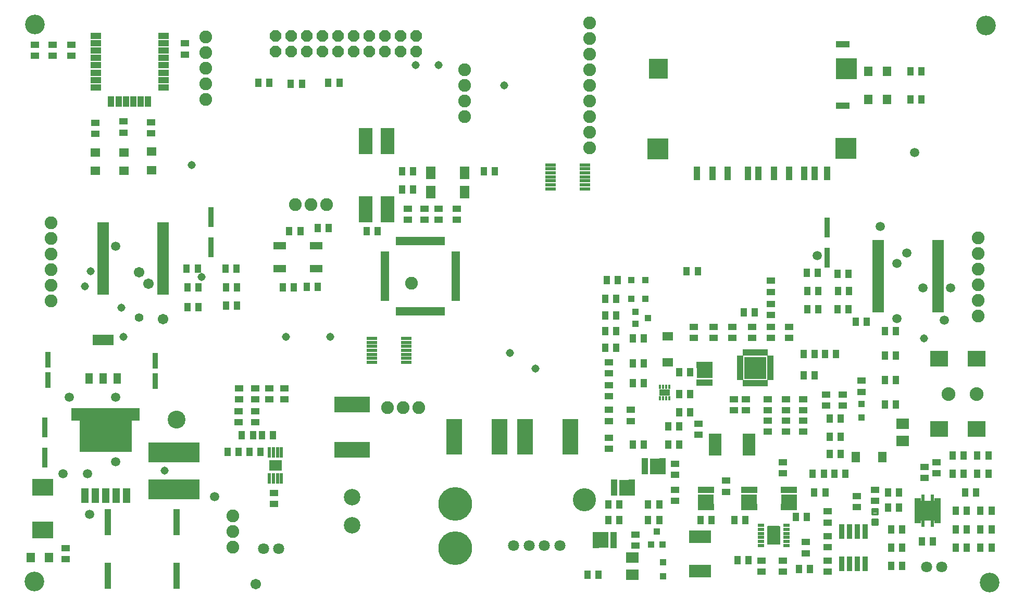
<source format=gts>
G75*
%MOIN*%
%OFA0B0*%
%FSLAX25Y25*%
%IPPOS*%
%LPD*%
%AMOC8*
5,1,8,0,0,1.08239X$1,22.5*
%
%ADD10C,0.12611*%
%ADD11R,0.13386X0.13780*%
%ADD12R,0.13780X0.13386*%
%ADD13R,0.13386X0.13386*%
%ADD14R,0.12205X0.12598*%
%ADD15R,0.07375X0.02572*%
%ADD16C,0.08200*%
%ADD17R,0.03950X0.05524*%
%ADD18R,0.01981X0.05524*%
%ADD19R,0.05524X0.01981*%
%ADD20R,0.03359X0.13005*%
%ADD21R,0.06706X0.03950*%
%ADD22R,0.03950X0.06706*%
%ADD23R,0.07099X0.02178*%
%ADD24R,0.05524X0.03950*%
%ADD25R,0.05918X0.08280*%
%ADD26R,0.08871X0.16942*%
%ADD27R,0.07887X0.05131*%
%ADD28R,0.04737X0.06706*%
%ADD29R,0.13792X0.06706*%
%ADD30R,0.05013X0.09304*%
%ADD31R,0.33595X0.28320*%
%ADD32R,0.05900X0.08400*%
%ADD33R,0.13792X0.10643*%
%ADD34R,0.33083X0.12611*%
%ADD35R,0.04343X0.16548*%
%ADD36OC8,0.07216*%
%ADD37R,0.06312X0.05524*%
%ADD38R,0.03359X0.09855*%
%ADD39R,0.01902X0.04048*%
%ADD40R,0.04048X0.01902*%
%ADD41R,0.08674X0.12611*%
%ADD42R,0.05169X0.05169*%
%ADD43C,0.01421*%
%ADD44R,0.02375X0.07099*%
%ADD45R,0.08241X0.06981*%
%ADD46R,0.14383X0.14383*%
%ADD47R,0.01902X0.04146*%
%ADD48R,0.04146X0.01902*%
%ADD49R,0.07099X0.04343*%
%ADD50R,0.01784X0.02769*%
%ADD51R,0.03950X0.03950*%
%ADD52R,0.02769X0.04068*%
%ADD53R,0.10446X0.08280*%
%ADD54R,0.08083X0.14186*%
%ADD55R,0.06587X0.05800*%
%ADD56R,0.05800X0.06587*%
%ADD57R,0.07887X0.07099*%
%ADD58R,0.04068X0.02769*%
%ADD59R,0.08280X0.10446*%
%ADD60C,0.07099*%
%ADD61R,0.04343X0.03950*%
%ADD62R,0.07300X0.12001*%
%ADD63R,0.04300X0.02454*%
%ADD64R,0.09855X0.22847*%
%ADD65R,0.14186X0.08083*%
%ADD66R,0.03950X0.04343*%
%ADD67R,0.03200X0.09500*%
%ADD68R,0.11824X0.10249*%
%ADD69C,0.08800*%
%ADD70R,0.03950X0.08674*%
%ADD71R,0.08674X0.03950*%
%ADD72C,0.10574*%
%ADD73R,0.05524X0.06312*%
%ADD74C,0.21532*%
%ADD75R,0.22847X0.09855*%
%ADD76C,0.06737*%
%ADD77C,0.05950*%
%ADD78C,0.05162*%
%ADD79C,0.14800*%
%ADD80C,0.05556*%
%ADD81C,0.11430*%
D10*
X0093963Y0093976D03*
X0094357Y0450669D03*
X0703018Y0449882D03*
X0705381Y0093189D03*
D11*
X0493176Y0370945D03*
D12*
X0613451Y0371142D03*
D13*
X0613648Y0422323D03*
D14*
X0493373Y0422323D03*
D15*
X0634121Y0311142D03*
X0634121Y0308583D03*
X0634121Y0306024D03*
X0634121Y0303465D03*
X0634121Y0300906D03*
X0634121Y0298346D03*
X0634121Y0295787D03*
X0634121Y0293228D03*
X0634121Y0290669D03*
X0634121Y0288110D03*
X0634121Y0285551D03*
X0634121Y0282992D03*
X0634121Y0280433D03*
X0634121Y0277874D03*
X0634121Y0275315D03*
X0634121Y0272756D03*
X0634121Y0270197D03*
X0634121Y0267638D03*
X0672428Y0267638D03*
X0672428Y0270197D03*
X0672428Y0272756D03*
X0672428Y0275315D03*
X0672428Y0277874D03*
X0672428Y0280433D03*
X0672428Y0282992D03*
X0672428Y0285551D03*
X0672428Y0288110D03*
X0672428Y0290669D03*
X0672428Y0293228D03*
X0672428Y0295787D03*
X0672428Y0298346D03*
X0672428Y0300906D03*
X0672428Y0303465D03*
X0672428Y0306024D03*
X0672428Y0308583D03*
X0672428Y0311142D03*
X0176365Y0312283D03*
X0176365Y0309724D03*
X0176365Y0307165D03*
X0176365Y0304606D03*
X0176365Y0302047D03*
X0176365Y0299488D03*
X0176365Y0296929D03*
X0176365Y0294370D03*
X0176365Y0291811D03*
X0176365Y0289252D03*
X0176365Y0286693D03*
X0176365Y0284134D03*
X0176365Y0281575D03*
X0176365Y0279016D03*
X0138058Y0279016D03*
X0138058Y0281575D03*
X0138058Y0284134D03*
X0138058Y0286693D03*
X0138058Y0289252D03*
X0138058Y0291811D03*
X0138058Y0294370D03*
X0138058Y0296929D03*
X0138058Y0299488D03*
X0138058Y0302047D03*
X0138058Y0304606D03*
X0138058Y0307165D03*
X0138058Y0309724D03*
X0138058Y0312283D03*
X0138058Y0314843D03*
X0138058Y0317402D03*
X0138058Y0319961D03*
X0138058Y0322520D03*
X0176365Y0322520D03*
X0176365Y0319961D03*
X0176365Y0317402D03*
X0176365Y0314843D03*
D16*
X0104593Y0313701D03*
X0104593Y0323701D03*
X0104593Y0303701D03*
X0104593Y0293701D03*
X0104593Y0283701D03*
X0104593Y0273701D03*
X0261168Y0335315D03*
X0271168Y0335315D03*
X0281168Y0335315D03*
X0335302Y0285118D03*
X0340144Y0205197D03*
X0330144Y0205197D03*
X0320144Y0205197D03*
X0221129Y0136102D03*
X0221129Y0126102D03*
X0221129Y0116102D03*
X0449475Y0371693D03*
X0449475Y0381693D03*
X0449475Y0391693D03*
X0449475Y0401693D03*
X0449475Y0411693D03*
X0449475Y0421693D03*
X0449475Y0431693D03*
X0449475Y0441693D03*
X0449475Y0451693D03*
X0369554Y0421693D03*
X0369554Y0411693D03*
X0369554Y0401693D03*
X0369554Y0391693D03*
X0203806Y0402638D03*
X0203806Y0412638D03*
X0203806Y0422638D03*
X0203806Y0432638D03*
X0203806Y0442638D03*
X0698097Y0313858D03*
X0698097Y0303858D03*
X0698097Y0293858D03*
X0698097Y0283858D03*
X0698097Y0273858D03*
X0698097Y0263858D03*
D17*
X0645538Y0254409D03*
X0638451Y0254409D03*
X0626837Y0260315D03*
X0619751Y0260315D03*
X0615105Y0268228D03*
X0608018Y0268228D03*
X0608255Y0280039D03*
X0615341Y0280039D03*
X0615105Y0290984D03*
X0608018Y0290984D03*
X0595499Y0291772D03*
X0588412Y0291772D03*
X0588648Y0279961D03*
X0595735Y0279961D03*
X0595696Y0268228D03*
X0588609Y0268228D03*
X0554987Y0266220D03*
X0547900Y0266220D03*
X0586286Y0239646D03*
X0593373Y0239646D03*
X0600066Y0239646D03*
X0607152Y0239646D03*
X0593373Y0225866D03*
X0586286Y0225866D03*
X0603018Y0198307D03*
X0610105Y0198307D03*
X0610105Y0186496D03*
X0603018Y0186496D03*
X0603018Y0175669D03*
X0610105Y0175669D03*
X0613058Y0162874D03*
X0605971Y0162874D03*
X0599278Y0162874D03*
X0592192Y0162874D03*
X0593176Y0151063D03*
X0600262Y0151063D03*
X0588451Y0135315D03*
X0581365Y0135315D03*
X0549081Y0133346D03*
X0541995Y0133346D03*
X0527428Y0133346D03*
X0520341Y0133346D03*
X0493963Y0133346D03*
X0486877Y0133346D03*
X0486877Y0143189D03*
X0493963Y0143189D03*
X0468373Y0143189D03*
X0461286Y0143189D03*
X0461286Y0133346D03*
X0468373Y0133346D03*
X0454987Y0098307D03*
X0447900Y0098307D03*
X0543963Y0107756D03*
X0551050Y0107756D03*
X0583333Y0101850D03*
X0590420Y0101850D03*
X0642388Y0103819D03*
X0649475Y0103819D03*
X0649475Y0115630D03*
X0642388Y0115630D03*
X0642388Y0127441D03*
X0649475Y0127441D03*
X0662073Y0119567D03*
X0669160Y0119567D03*
X0683727Y0115630D03*
X0690814Y0115630D03*
X0699475Y0115630D03*
X0706562Y0115630D03*
X0706562Y0127441D03*
X0699475Y0127441D03*
X0690814Y0127441D03*
X0683727Y0127441D03*
X0683727Y0139252D03*
X0690814Y0139252D03*
X0699475Y0139252D03*
X0706562Y0139252D03*
X0696719Y0151063D03*
X0689633Y0151063D03*
X0688845Y0162874D03*
X0681759Y0162874D03*
X0681759Y0174685D03*
X0688845Y0174685D03*
X0697507Y0174685D03*
X0704593Y0174685D03*
X0704593Y0162874D03*
X0697507Y0162874D03*
X0647507Y0151063D03*
X0640420Y0151063D03*
X0640420Y0141220D03*
X0647507Y0141220D03*
X0645538Y0207165D03*
X0638451Y0207165D03*
X0638451Y0222913D03*
X0645538Y0222913D03*
X0645538Y0238661D03*
X0638451Y0238661D03*
X0518570Y0292795D03*
X0511483Y0292795D03*
X0467388Y0286890D03*
X0460302Y0286890D03*
X0459318Y0275079D03*
X0466404Y0275079D03*
X0466404Y0264252D03*
X0459318Y0264252D03*
X0459318Y0254409D03*
X0466404Y0254409D03*
X0477034Y0249488D03*
X0484121Y0249488D03*
X0466404Y0243583D03*
X0459318Y0243583D03*
X0477034Y0233740D03*
X0484121Y0233740D03*
X0484121Y0220945D03*
X0477034Y0220945D03*
X0506562Y0227835D03*
X0513648Y0227835D03*
X0513648Y0214055D03*
X0506562Y0214055D03*
X0506562Y0202244D03*
X0513648Y0202244D03*
X0506759Y0193386D03*
X0499672Y0193386D03*
X0499672Y0181575D03*
X0506759Y0181575D03*
X0484121Y0181575D03*
X0477034Y0181575D03*
X0275459Y0282559D03*
X0268373Y0282559D03*
X0260105Y0282165D03*
X0253018Y0282165D03*
X0223766Y0282362D03*
X0216680Y0282362D03*
X0216444Y0294213D03*
X0223530Y0294213D03*
X0198570Y0294213D03*
X0191483Y0294213D03*
X0191955Y0282402D03*
X0199042Y0282402D03*
X0199081Y0269724D03*
X0191995Y0269724D03*
X0216719Y0270551D03*
X0223806Y0270551D03*
X0257152Y0318386D03*
X0264239Y0318386D03*
X0275262Y0320157D03*
X0282349Y0320157D03*
X0306759Y0318386D03*
X0313845Y0318386D03*
X0329396Y0344961D03*
X0336483Y0344961D03*
X0336483Y0356772D03*
X0329396Y0356772D03*
X0381562Y0356772D03*
X0388648Y0356772D03*
X0289239Y0413268D03*
X0282152Y0413268D03*
X0265223Y0412480D03*
X0258136Y0412480D03*
X0244357Y0413268D03*
X0237270Y0413268D03*
X0239633Y0187480D03*
X0233924Y0187480D03*
X0226837Y0187480D03*
X0224869Y0177047D03*
X0231759Y0177047D03*
X0238845Y0177047D03*
X0246719Y0187480D03*
X0217782Y0177047D03*
X0654593Y0402638D03*
X0661680Y0402638D03*
X0661680Y0420748D03*
X0654593Y0420748D03*
D18*
X0355853Y0312087D03*
X0353885Y0312087D03*
X0351916Y0312087D03*
X0349948Y0312087D03*
X0347979Y0312087D03*
X0346010Y0312087D03*
X0344042Y0312087D03*
X0342073Y0312087D03*
X0340105Y0312087D03*
X0338136Y0312087D03*
X0336168Y0312087D03*
X0334199Y0312087D03*
X0332231Y0312087D03*
X0330262Y0312087D03*
X0328294Y0312087D03*
X0326325Y0312087D03*
X0326325Y0266811D03*
X0328294Y0266811D03*
X0330262Y0266811D03*
X0332231Y0266811D03*
X0334199Y0266811D03*
X0336168Y0266811D03*
X0338136Y0266811D03*
X0340105Y0266811D03*
X0342073Y0266811D03*
X0344042Y0266811D03*
X0346010Y0266811D03*
X0347979Y0266811D03*
X0349948Y0266811D03*
X0351916Y0266811D03*
X0353885Y0266811D03*
X0355853Y0266811D03*
D19*
X0363727Y0274685D03*
X0363727Y0276654D03*
X0363727Y0278622D03*
X0363727Y0280591D03*
X0363727Y0282559D03*
X0363727Y0284528D03*
X0363727Y0286496D03*
X0363727Y0288465D03*
X0363727Y0290433D03*
X0363727Y0292402D03*
X0363727Y0294370D03*
X0363727Y0296339D03*
X0363727Y0298307D03*
X0363727Y0300276D03*
X0363727Y0302244D03*
X0363727Y0304213D03*
X0318451Y0304213D03*
X0318451Y0302244D03*
X0318451Y0300276D03*
X0318451Y0298307D03*
X0318451Y0296339D03*
X0318451Y0294370D03*
X0318451Y0292402D03*
X0318451Y0290433D03*
X0318451Y0288465D03*
X0318451Y0286496D03*
X0318451Y0284528D03*
X0318451Y0282559D03*
X0318451Y0280591D03*
X0318451Y0278622D03*
X0318451Y0276654D03*
X0318451Y0274685D03*
D20*
X0206955Y0307953D03*
X0206955Y0327244D03*
X0100656Y0192520D03*
X0100656Y0173228D03*
X0601247Y0301457D03*
X0601247Y0320748D03*
D21*
X0176640Y0410315D03*
X0176640Y0415039D03*
X0176640Y0419764D03*
X0176640Y0424488D03*
X0176640Y0429213D03*
X0176640Y0433937D03*
X0176640Y0438661D03*
X0176640Y0443386D03*
X0133333Y0443386D03*
X0133333Y0438661D03*
X0133333Y0433937D03*
X0133333Y0429213D03*
X0133333Y0424488D03*
X0133333Y0419764D03*
X0133333Y0415039D03*
X0133333Y0410315D03*
D22*
X0143176Y0401457D03*
X0147900Y0401457D03*
X0152625Y0401457D03*
X0157349Y0401457D03*
X0162073Y0401457D03*
X0166798Y0401457D03*
D23*
X0310105Y0249685D03*
X0310105Y0247126D03*
X0310105Y0244567D03*
X0310105Y0242008D03*
X0310105Y0239449D03*
X0310105Y0236890D03*
X0310105Y0234331D03*
X0332152Y0234331D03*
X0332152Y0236890D03*
X0332152Y0239449D03*
X0332152Y0242008D03*
X0332152Y0244567D03*
X0332152Y0247126D03*
X0332152Y0249685D03*
X0424475Y0345354D03*
X0424475Y0347913D03*
X0424475Y0350472D03*
X0424475Y0353031D03*
X0424475Y0355591D03*
X0424475Y0358150D03*
X0424475Y0360709D03*
X0446522Y0360709D03*
X0446522Y0358150D03*
X0446522Y0355591D03*
X0446522Y0353031D03*
X0446522Y0350472D03*
X0446522Y0347913D03*
X0446522Y0345354D03*
D24*
X0364436Y0332756D03*
X0364436Y0325669D03*
X0352625Y0325669D03*
X0352625Y0332756D03*
X0343766Y0332756D03*
X0343766Y0325669D03*
X0332940Y0325669D03*
X0332940Y0332756D03*
X0461877Y0234331D03*
X0461877Y0227244D03*
X0461877Y0219567D03*
X0461877Y0212480D03*
X0461877Y0203819D03*
X0461877Y0196732D03*
X0475656Y0196732D03*
X0475656Y0203819D03*
X0461877Y0186102D03*
X0461877Y0179016D03*
X0504199Y0169370D03*
X0504199Y0162283D03*
X0504199Y0152638D03*
X0504199Y0145551D03*
X0536680Y0151457D03*
X0536680Y0158543D03*
X0573097Y0163268D03*
X0573097Y0170354D03*
X0575066Y0189843D03*
X0585892Y0189843D03*
X0585892Y0196929D03*
X0585892Y0203622D03*
X0575066Y0203622D03*
X0575066Y0196929D03*
X0563255Y0196929D03*
X0563255Y0203622D03*
X0563255Y0210709D03*
X0575066Y0210709D03*
X0585892Y0210709D03*
X0600656Y0213661D03*
X0600656Y0206575D03*
X0611483Y0206575D03*
X0611483Y0213661D03*
X0623294Y0215433D03*
X0623294Y0222520D03*
X0577034Y0249882D03*
X0577034Y0256969D03*
X0565223Y0256969D03*
X0565223Y0249882D03*
X0553412Y0249882D03*
X0553412Y0256969D03*
X0540617Y0256969D03*
X0540617Y0249882D03*
X0528806Y0249882D03*
X0528806Y0256969D03*
X0516010Y0256969D03*
X0516010Y0249882D03*
X0565223Y0264646D03*
X0565223Y0271732D03*
X0565223Y0279409D03*
X0565223Y0286496D03*
X0549475Y0210709D03*
X0541601Y0210709D03*
X0541601Y0203622D03*
X0549475Y0203622D03*
X0563255Y0189843D03*
X0518963Y0187874D03*
X0518963Y0194961D03*
X0601640Y0138858D03*
X0601640Y0131772D03*
X0601640Y0123110D03*
X0601640Y0116024D03*
X0601640Y0107362D03*
X0601640Y0100276D03*
X0587861Y0112087D03*
X0587861Y0119173D03*
X0573097Y0107362D03*
X0573097Y0100276D03*
X0559318Y0100276D03*
X0559318Y0107362D03*
X0620341Y0141614D03*
X0620341Y0148701D03*
X0632152Y0145551D03*
X0632152Y0152638D03*
X0663648Y0160315D03*
X0663648Y0167402D03*
X0671522Y0170354D03*
X0671522Y0163268D03*
X0478609Y0124094D03*
X0478609Y0117008D03*
X0254199Y0210512D03*
X0244357Y0210512D03*
X0244357Y0217598D03*
X0254199Y0217598D03*
X0235302Y0217598D03*
X0225066Y0217598D03*
X0225066Y0210512D03*
X0224672Y0203031D03*
X0235302Y0203031D03*
X0235302Y0210512D03*
X0235302Y0195945D03*
X0224672Y0195945D03*
X0247310Y0150669D03*
X0247310Y0143583D03*
X0114042Y0115236D03*
X0114042Y0108150D03*
X0132940Y0380591D03*
X0132940Y0387677D03*
X0151050Y0388465D03*
X0151050Y0381378D03*
X0168766Y0380984D03*
X0168766Y0388071D03*
X0117585Y0430591D03*
X0117585Y0437677D03*
X0105774Y0437677D03*
X0094357Y0437677D03*
X0094357Y0430591D03*
X0105774Y0430591D03*
X0190420Y0431378D03*
X0190420Y0438465D03*
D25*
X0347703Y0355787D03*
X0347703Y0343386D03*
X0369357Y0343386D03*
X0369357Y0355787D03*
D26*
X0320144Y0375866D03*
X0306168Y0375866D03*
X0306168Y0332165D03*
X0320144Y0332165D03*
D27*
X0274278Y0308937D03*
X0274278Y0294370D03*
X0251050Y0294370D03*
X0251050Y0308937D03*
D28*
X0147113Y0223898D03*
X0138058Y0223898D03*
X0129003Y0223898D03*
D29*
X0138058Y0248701D03*
D30*
X0139633Y0149094D03*
X0146325Y0149094D03*
X0153018Y0149094D03*
X0132940Y0149094D03*
X0126247Y0149094D03*
D31*
X0139633Y0191122D03*
D32*
X0158497Y0201094D03*
X0120747Y0201094D03*
D33*
X0099475Y0154213D03*
X0099475Y0127047D03*
D34*
X0183333Y0153031D03*
X0183333Y0176654D03*
D35*
X0184908Y0132008D03*
X0141207Y0131929D03*
X0141207Y0097638D03*
X0184908Y0097717D03*
D36*
X0248294Y0433346D03*
X0258294Y0433346D03*
X0268294Y0433346D03*
X0278294Y0433346D03*
X0288294Y0433346D03*
X0298294Y0433346D03*
X0308294Y0433346D03*
X0318294Y0433346D03*
X0328294Y0433346D03*
X0338294Y0433346D03*
X0338294Y0443346D03*
X0328294Y0443346D03*
X0318294Y0443346D03*
X0308294Y0443346D03*
X0298294Y0443346D03*
X0288294Y0443346D03*
X0278294Y0443346D03*
X0268294Y0443346D03*
X0258294Y0443346D03*
X0248294Y0443346D03*
D37*
X0169160Y0369173D03*
X0151444Y0368780D03*
X0151444Y0356969D03*
X0169160Y0357362D03*
X0132940Y0356969D03*
X0132940Y0368780D03*
D38*
X0102625Y0235906D03*
X0102625Y0222913D03*
X0171522Y0222441D03*
X0171522Y0235433D03*
D39*
X0662664Y0147569D03*
X0668570Y0147569D03*
X0668570Y0130935D03*
X0662664Y0130935D03*
D40*
X0659268Y0132362D03*
X0659268Y0134331D03*
X0659268Y0136299D03*
X0659268Y0138268D03*
X0659268Y0140236D03*
X0659268Y0142205D03*
X0659268Y0144173D03*
X0659268Y0146142D03*
X0671965Y0146142D03*
X0671965Y0144173D03*
X0671965Y0142205D03*
X0671965Y0140236D03*
X0671965Y0138268D03*
X0671965Y0136299D03*
X0671965Y0134331D03*
X0671965Y0132362D03*
D41*
X0665617Y0139252D03*
D42*
X0667388Y0139252D03*
X0663845Y0139252D03*
X0663845Y0142795D03*
X0667388Y0142795D03*
X0667388Y0135709D03*
X0663845Y0135709D03*
X0568766Y0126654D03*
X0565617Y0126654D03*
X0565617Y0123504D03*
X0568766Y0123504D03*
X0568766Y0120354D03*
X0565617Y0120354D03*
X0559318Y0226850D03*
X0559318Y0230787D03*
X0559318Y0234724D03*
X0555381Y0234724D03*
X0555381Y0230787D03*
X0555381Y0226850D03*
X0551444Y0226850D03*
X0551444Y0230787D03*
X0551444Y0234724D03*
D43*
X0630494Y0137110D02*
X0633810Y0137110D01*
X0630494Y0137110D02*
X0630494Y0140426D01*
X0633810Y0140426D01*
X0633810Y0137110D01*
X0633810Y0138530D02*
X0630494Y0138530D01*
X0630494Y0139950D02*
X0633810Y0139950D01*
X0633810Y0130204D02*
X0630494Y0130204D01*
X0630494Y0133520D01*
X0633810Y0133520D01*
X0633810Y0130204D01*
X0633810Y0131624D02*
X0630494Y0131624D01*
X0630494Y0133044D02*
X0633810Y0133044D01*
D44*
X0252133Y0160118D03*
X0249573Y0160118D03*
X0247014Y0160118D03*
X0244455Y0160118D03*
X0244455Y0176654D03*
X0247014Y0176654D03*
X0249573Y0176654D03*
X0252133Y0176654D03*
D45*
X0248294Y0168386D03*
D46*
X0555381Y0230787D03*
D47*
X0556365Y0221043D03*
X0558333Y0221043D03*
X0560302Y0221043D03*
X0562270Y0221043D03*
X0554396Y0221043D03*
X0552428Y0221043D03*
X0550459Y0221043D03*
X0548491Y0221043D03*
X0548491Y0240531D03*
X0550459Y0240531D03*
X0552428Y0240531D03*
X0554396Y0240531D03*
X0556365Y0240531D03*
X0558333Y0240531D03*
X0560302Y0240531D03*
X0562270Y0240531D03*
D48*
X0565125Y0237677D03*
X0565125Y0235709D03*
X0565125Y0233740D03*
X0565125Y0231772D03*
X0565125Y0229803D03*
X0565125Y0227835D03*
X0565125Y0225866D03*
X0565125Y0223898D03*
X0545636Y0223898D03*
X0545636Y0225866D03*
X0545636Y0227835D03*
X0545636Y0229803D03*
X0545636Y0231772D03*
X0545636Y0233740D03*
X0545636Y0235709D03*
X0545636Y0237677D03*
D49*
X0497310Y0215039D03*
D50*
X0498294Y0211299D03*
X0500262Y0211299D03*
X0496325Y0211299D03*
X0494357Y0211299D03*
X0494357Y0218780D03*
X0496325Y0218780D03*
X0498294Y0218780D03*
X0500262Y0218780D03*
D51*
X0485007Y0275079D03*
X0476148Y0275079D03*
X0476148Y0286890D03*
X0485007Y0286890D03*
X0623294Y0207657D03*
X0623294Y0198799D03*
X0496325Y0106280D03*
X0496325Y0097421D03*
D52*
X0520046Y0141476D03*
X0522605Y0141476D03*
X0525164Y0141476D03*
X0527723Y0141476D03*
X0527723Y0152776D03*
X0525164Y0152776D03*
X0522605Y0152776D03*
X0520046Y0152776D03*
X0547605Y0152776D03*
X0550164Y0152776D03*
X0552723Y0152776D03*
X0555282Y0152776D03*
X0555282Y0141476D03*
X0552723Y0141476D03*
X0550164Y0141476D03*
X0547605Y0141476D03*
X0573196Y0141476D03*
X0575755Y0141476D03*
X0578314Y0141476D03*
X0580873Y0141476D03*
X0580873Y0152776D03*
X0578314Y0152776D03*
X0575755Y0152776D03*
X0573196Y0152776D03*
X0526739Y0221201D03*
X0524180Y0221201D03*
X0521621Y0221201D03*
X0519062Y0221201D03*
X0519062Y0232500D03*
X0521621Y0232500D03*
X0524180Y0232500D03*
X0526739Y0232500D03*
D53*
X0522900Y0228425D03*
X0523885Y0145551D03*
X0551444Y0145551D03*
X0577034Y0145551D03*
D54*
X0551542Y0181575D03*
X0529692Y0181575D03*
D55*
X0499278Y0234134D03*
X0499278Y0251063D03*
D56*
X0619751Y0173701D03*
X0636680Y0173701D03*
D57*
X0649869Y0183937D03*
X0649869Y0194961D03*
X0476640Y0109331D03*
X0476640Y0098307D03*
D58*
X0464573Y0116713D03*
X0464573Y0119272D03*
X0464573Y0121831D03*
X0464573Y0124390D03*
X0453274Y0124390D03*
X0453274Y0121831D03*
X0453274Y0119272D03*
X0453274Y0116713D03*
X0465085Y0150177D03*
X0465085Y0152736D03*
X0465085Y0155295D03*
X0465085Y0157854D03*
X0476385Y0157854D03*
X0476385Y0155295D03*
X0476385Y0152736D03*
X0476385Y0150177D03*
X0484770Y0163957D03*
X0484770Y0166516D03*
X0484770Y0169075D03*
X0484770Y0171634D03*
X0496070Y0171634D03*
X0496070Y0169075D03*
X0496070Y0166516D03*
X0496070Y0163957D03*
D59*
X0491995Y0167795D03*
X0472310Y0154016D03*
X0457349Y0120551D03*
D60*
X0430381Y0117008D03*
X0420538Y0117008D03*
X0410696Y0117008D03*
X0400853Y0117008D03*
X0250459Y0114843D03*
X0240617Y0114843D03*
X0665026Y0103228D03*
X0674869Y0103228D03*
D61*
X0486877Y0262776D03*
X0478609Y0266516D03*
X0478609Y0259035D03*
D62*
X0567192Y0123504D03*
D63*
X0558924Y0124783D03*
X0558924Y0122224D03*
X0558924Y0119665D03*
X0558924Y0117106D03*
X0558924Y0127343D03*
X0558924Y0129902D03*
X0575459Y0129902D03*
X0575459Y0127343D03*
X0575459Y0124783D03*
X0575459Y0122224D03*
X0575459Y0119665D03*
X0575459Y0117106D03*
D64*
X0437073Y0186496D03*
X0407940Y0186496D03*
X0391798Y0186496D03*
X0362664Y0186496D03*
D65*
X0519948Y0122618D03*
X0519948Y0100768D03*
D66*
X0496129Y0117598D03*
X0488648Y0117598D03*
X0492388Y0125866D03*
D67*
X0610873Y0125930D03*
X0615873Y0125930D03*
X0620873Y0125930D03*
X0625873Y0125930D03*
X0625873Y0105330D03*
X0620873Y0105330D03*
X0615873Y0105330D03*
X0610873Y0105330D03*
D68*
X0673097Y0191614D03*
X0697113Y0191614D03*
X0697113Y0236496D03*
X0673097Y0236496D03*
D69*
X0679113Y0214055D03*
X0697113Y0214055D03*
D70*
X0601247Y0355394D03*
X0593373Y0355394D03*
X0586680Y0355394D03*
X0577113Y0355394D03*
X0567270Y0355394D03*
X0557428Y0355394D03*
X0550735Y0355394D03*
X0537743Y0355394D03*
X0527900Y0355394D03*
X0518058Y0355394D03*
D71*
X0611483Y0398504D03*
X0611483Y0438071D03*
D72*
X0297507Y0148110D03*
X0297507Y0130000D03*
D73*
X0103412Y0109331D03*
X0091601Y0109331D03*
X0627822Y0402638D03*
X0639633Y0402638D03*
X0639633Y0420748D03*
X0627822Y0420748D03*
D74*
X0363451Y0143583D03*
X0363451Y0115236D03*
D75*
X0297507Y0178228D03*
X0297507Y0207362D03*
D76*
X0176247Y0262087D03*
X0167192Y0284528D03*
X0160892Y0292008D03*
X0235696Y0092402D03*
D77*
X0209318Y0148307D03*
X0145932Y0170748D03*
X0128215Y0162874D03*
X0112467Y0162874D03*
X0129396Y0136890D03*
X0116404Y0212087D03*
X0145932Y0212087D03*
X0145932Y0308543D03*
X0595144Y0302638D03*
X0635302Y0321142D03*
X0652231Y0304213D03*
X0645932Y0297717D03*
X0662664Y0281969D03*
X0680381Y0281969D03*
X0676444Y0261299D03*
X0645932Y0262283D03*
X0657349Y0368780D03*
D78*
X0663255Y0249488D03*
X0414829Y0230197D03*
X0398294Y0240433D03*
X0283333Y0250669D03*
X0254987Y0250669D03*
X0201050Y0288858D03*
X0149869Y0269173D03*
X0126247Y0282953D03*
X0130184Y0292795D03*
X0151050Y0250669D03*
X0177428Y0164843D03*
X0194751Y0360512D03*
X0338058Y0424685D03*
X0352625Y0424685D03*
X0394751Y0411693D03*
D79*
X0446129Y0146142D03*
D80*
X0160892Y0262874D03*
D81*
X0184908Y0197520D03*
M02*

</source>
